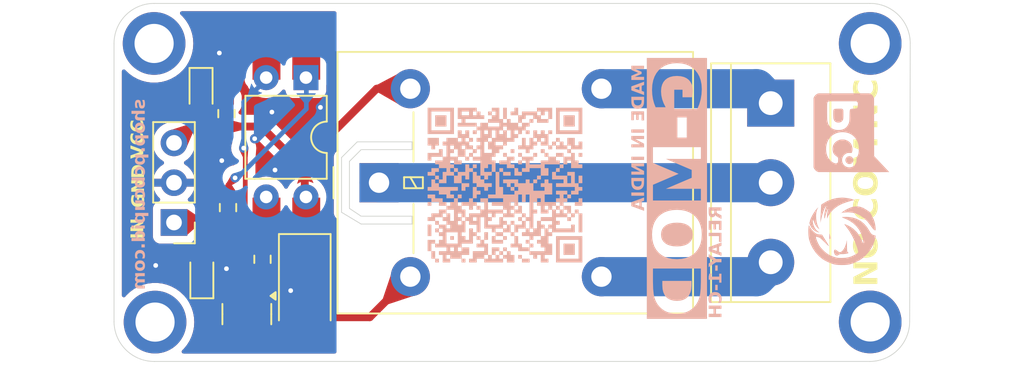
<source format=kicad_pcb>
(kicad_pcb (version 20241229) (generator "pcbnew") (generator_version "9.0")
  (title_block (title "PCBCUPID-RELAY-1CH") (date "2024-10-23") (rev "V1") (company "PCBCUPID") (comment 1 "AUTHOR : KARTHICK R"))
  (layers (0 "F.Cu" signal) (2 "B.Cu" signal) (13 "F.Paste" user) (15 "B.Paste" user) (5 "F.SilkS" user "F.Silkscreen") (7 "B.SilkS" user "B.Silkscreen") (1 "F.Mask" user) (3 "B.Mask" user) (25 "Edge.Cuts" user))
  (net 0 "")
  (net 1 "VCC")
  (net 2 "Net-(D1-A)")
  (net 3 "Net-(D2-A)")
  (net 4 "Net-(D3-A)")
  (net 5 "/NC")
  (net 6 "/NO")
  (net 7 "/COM")
  (net 8 "/IN")
  (net 9 "Net-(Q2-B)")
  (net 10 "Net-(R1-Pad2)")
  (net 11 "Net-(R2-Pad1)")
  (net 12 "GND")
  (footprint "MountingHole:MountingHole_2.5mm_Pad" (layer "F.Cu") (at 148.044751 79.700076)
    (property "Reference" "REF**" (hide yes))
    (property "Value" "MountingHole_2.5mm_Pad")
    (pad "1" thru_hole circle (at 0 0) (size 4 4) (drill 2.5) (layers "*.Cu" "*.Mask"))
  )
  (footprint "LED_SMD:LED_0603_1608Metric" (layer "F.Cu") (at 105.321886 82.748142 -90)
    (property "Reference" "D3" (hide yes))
    (property "Value" "LED-B")
    (pad "1" smd roundrect (at -0.7875 0 270) (size 0.875 0.95) (layers "F.Cu" "F.Mask" "F.Paste") (net 12 "GND"))
    (pad "2" smd roundrect (at 0.7875 0 270) (size 0.875 0.95) (layers "F.Cu" "F.Mask" "F.Paste") (net 4 "Net-(D3-A)"))
  )
  (footprint "Resistor_SMD:R_0603_1608Metric" (layer "F.Cu") (at 109.244686 93.480142 -90)
    (property "Reference" "R2" (hide yes))
    (property "Value" "1K")
    (pad "1" smd roundrect (at -0.825 0 270) (size 0.8 0.95) (layers "F.Cu" "F.Mask" "F.Paste") (net 11 "Net-(R2-Pad1)"))
    (pad "2" smd roundrect (at 0.825 0 270) (size 0.8 0.95) (layers "F.Cu" "F.Mask" "F.Paste") (net 9 "Net-(Q2-B)"))
  )
  (footprint "Connector_PinHeader_2.54mm:PinHeader_1x03_P2.54mm_Vertical" (layer "F.Cu") (at 103.594686 91.130142 180)
    (property "Reference" "J3" (hide yes))
    (property "Value" "Input")
    (pad "1" thru_hole rect (at 0 0 180) (size 1.7 1.7) (drill 1) (layers "*.Cu" "*.Mask") (net 8 "/IN"))
    (pad "2" thru_hole oval (at 0 2.54 180) (size 1.7 1.7) (drill 1) (layers "*.Cu" "*.Mask") (net 12 "GND"))
    (pad "3" thru_hole oval (at 0 5.08 180) (size 1.7 1.7) (drill 1) (layers "*.Cu" "*.Mask") (net 1 "VCC"))
  )
  (footprint "MountingHole:MountingHole_2.5mm_Pad" (layer "F.Cu") (at 102.324994 79.70017)
    (property "Reference" "REF**" (hide yes))
    (property "Value" "MountingHole_2.5mm_Pad")
    (pad "1" thru_hole circle (at 0 0) (size 4 4) (drill 2.5) (layers "*.Cu" "*.Mask"))
  )
  (footprint "Diode_SMD:D_SMA" (layer "F.Cu") (at 111.944686 95.380142 -90)
    (property "Reference" "D1" (hide yes))
    (property "Value" "SS34")
    (pad "1" smd roundrect (at -2 0 270) (size 2.5 1.8) (layers "F.Cu" "F.Mask" "F.Paste") (roundrect_rratio 0.1388888889) (net 1 "VCC"))
    (pad "2" smd roundrect (at 2 0 270) (size 2.5 1.8) (layers "F.Cu" "F.Mask" "F.Paste") (roundrect_rratio 0.1388888889) (net 2 "Net-(D1-A)"))
  )
  (footprint "Relay_THT:Relay_SPDT_Omron-G5LE-1" (layer "F.Cu") (at 116.685424 88.590142 90)
    (property "Reference" "K1" (hide yes))
    (property "Value" "Relay")
    (pad "1" thru_hole rect (at 0 0 90) (size 2.5 2.5) (drill 1.3) (layers "*.Cu" "*.Mask") (net 7 "/COM"))
    (pad "2" thru_hole oval (at -6 2 90) (size 2.5 2.5) (drill 1.3) (layers "*.Cu" "*.Mask") (net 2 "Net-(D1-A)"))
    (pad "3" thru_hole oval (at -6 14.2 90) (size 2.5 2.5) (drill 1.3) (layers "*.Cu" "*.Mask") (net 6 "/NO"))
    (pad "4" thru_hole oval (at 6 14.2 90) (size 2.5 2.5) (drill 1.3) (layers "*.Cu" "*.Mask") (net 5 "/NC"))
    (pad "5" thru_hole oval (at 6 2 90) (size 2.5 2.5) (drill 1.3) (layers "*.Cu" "*.Mask") (net 1 "VCC"))
  )
  (footprint "TerminalBlock:TerminalBlock_bornier-3_P5.08mm" (layer "F.Cu") (at 141.694686 83.510142 -90)
    (property "Reference" "J1" (hide yes))
    (property "Value" "Output")
    (pad "1" thru_hole rect (at 0 0 270) (size 3 3) (drill 1.52) (layers "*.Cu" "*.Mask") (net 5 "/NC"))
    (pad "2" thru_hole circle (at 5.08 0 270) (size 3 3) (drill 1.52) (layers "*.Cu" "*.Mask") (net 7 "/COM"))
    (pad "3" thru_hole circle (at 10.16 0 270) (size 3 3) (drill 1.52) (layers "*.Cu" "*.Mask") (net 6 "/NO"))
  )
  (footprint "LED_SMD:LED_0603_1608Metric" (layer "F.Cu") (at 105.372686 94.482942 90)
    (property "Reference" "D2" (hide yes))
    (property "Value" "LED-R" (hide yes))
    (pad "1" smd roundrect (at -0.7875 0 90) (size 0.875 0.95) (layers "F.Cu" "F.Mask" "F.Paste") (net 12 "GND"))
    (pad "2" smd roundrect (at 0.7875 0 90) (size 0.875 0.95) (layers "F.Cu" "F.Mask" "F.Paste") (net 3 "Net-(D2-A)"))
  )
  (footprint "640456_3:SMDIP-4_W9.53mm" (layer "F.Cu") (at 110.769686 85.780142 -90)
    (property "Reference" "U1" (hide yes))
    (property "Value" "EL817")
    (pad "1" smd rect (at -4.765 -1.27 270) (size 2 1.78) (layers "F.Cu" "F.Mask" "F.Paste"))
    (pad "1" thru_hole rect (at -3.9 -1.25 270) (size 1.6 1.6) (drill 0.8) (layers "*.Cu" "*.Mask"))
    (pad "2" smd rect (at -4.765 1.27 270) (size 2 1.78) (layers "F.Cu" "F.Mask" "F.Paste"))
    (pad "2" thru_hole oval (at -3.9 1.29 270) (size 1.6 1.6) (drill 0.8) (layers "*.Cu" "*.Mask"))
    (pad "3" thru_hole oval (at 3.72 1.29 270) (size 1.6 1.6) (drill 0.8) (layers "*.Cu" "*.Mask"))
    (pad "3" smd rect (at 4.765 1.27 270) (size 2 1.78) (layers "F.Cu" "F.Mask" "F.Paste"))
    (pad "4" thru_hole oval (at 3.72 -1.25 270) (size 1.6 1.6) (drill 0.8) (layers "*.Cu" "*.Mask"))
    (pad "4" smd rect (at 4.765 -1.27 270) (size 2 1.78) (layers "F.Cu" "F.Mask" "F.Paste"))
  )
  (footprint "Resistor_SMD:R_0603_1608Metric" (layer "F.Cu") (at 106.944686 84.180142 -90)
    (property "Reference" "R3" (hide yes))
    (property "Value" "220R")
    (pad "1" smd roundrect (at -0.825 0 270) (size 0.8 0.95) (layers "F.Cu" "F.Mask" "F.Paste") (net 4 "Net-(D3-A)"))
    (pad "2" smd roundrect (at 0.825 0 270) (size 0.8 0.95) (layers "F.Cu" "F.Mask" "F.Paste") (net 1 "VCC"))
  )
  (footprint "Package_TO_SOT_SMD:SOT-23" (layer "F.Cu") (at 108.244686 96.980142 -90)
    (property "Reference" "Q2" (hide yes))
    (property "Value" "MMBT3904")
    (pad "1" smd roundrect (at -0.9375 -0.95 270) (size 1.475 0.6) (layers "F.Cu" "F.Mask" "F.Paste") (net 9 "Net-(Q2-B)"))
    (pad "2" smd roundrect (at -0.9375 0.95 270) (size 1.475 0.6) (layers "F.Cu" "F.Mask" "F.Paste") (net 12 "GND"))
    (pad "3" smd roundrect (at 0.9375 0 270) (size 1.475 0.6) (layers "F.Cu" "F.Mask" "F.Paste") (net 2 "Net-(D1-A)"))
  )
  (footprint "Resistor_SMD:R_0603_1608Metric" (layer "F.Cu") (at 107.044686 90.180142 90)
    (property "Reference" "R1" (hide yes))
    (property "Value" "330R")
    (pad "1" smd roundrect (at -0.825 0 90) (size 0.8 0.95) (layers "F.Cu" "F.Mask" "F.Paste") (net 8 "/IN"))
    (pad "2" smd roundrect (at 0.825 0 90) (size 0.8 0.95) (layers "F.Cu" "F.Mask" "F.Paste") (net 10 "Net-(R1-Pad2)"))
  )
  (footprint "MountingHole:MountingHole_2.5mm_Pad" (layer "F.Cu") (at 148.044686 97.480142)
    (property "Reference" "REF**" (hide yes))
    (property "Value" "MountingHole_2.5mm_Pad")
    (pad "1" thru_hole circle (at 0 0) (size 4 4) (drill 2.5) (layers "*.Cu" "*.Mask"))
  )
  (footprint "MountingHole:MountingHole_2.5mm_Pad" (layer "F.Cu") (at 102.385424 97.490142)
    (property "Reference" "REF**" (hide yes))
    (property "Value" "MountingHole_2.5mm_Pad")
    (pad "1" thru_hole circle (at 0 0) (size 4 4) (drill 2.5) (layers "*.Cu" "*.Mask"))
  )
  (footprint "LOGO" (layer "B.Cu") (at 146.841997 85.398714 -90)
    (property "Reference" "G***" (hide yes))
    (property "Value" "LOGO" (hide yes))
  )
  (footprint "LOGO" (layer "B.Cu") (at 124.727486 88.742542 180)
    (property "Reference" "G***" (hide yes))
    (property "Value" "LOGO" (hide yes))
  )
  (footprint "LOGO" (layer "B.Cu") (at 146.241997 91.698713 -90)
    (property "Reference" "G***" (hide yes))
    (property "Value" "LOGO" (hide yes))
  )
  (gr_line (start 118.794686 91.230142) (end 115.544686 91.230142) (stroke (width 0.05)) (layer "Edge.Cuts"))
  (gr_line (start 102.306652 77.142089) (end 148.026643 77.14209) (stroke (width 0.05)) (layer "Edge.Cuts"))
  (gr_line (start 114.794686 87.230142) (end 114.794686 90.230142) (stroke (width 0.05)) (layer "Edge.Cuts"))
  (gr_line (start 115.544686 90.730142) (end 118.794686 90.730142) (stroke (width 0.05)) (layer "Edge.Cuts"))
  (gr_arc (start 150.566384 97.425995) (mid 149.830004 99.240004) (end 148.026643 100.002088) (stroke (width 0.05)) (layer "Edge.Cuts"))
  (gr_line (start 118.794686 90.730142) (end 118.794686 91.230142) (stroke (width 0.05)) (layer "Edge.Cuts"))
  (gr_arc (start 99.766911 79.718182) (mid 100.503304 77.904186) (end 102.306652 77.142089) (stroke (width 0.05)) (layer "Edge.Cuts"))
  (gr_line (start 118.794686 86.480142) (end 115.544686 86.480142) (stroke (width 0.05)) (layer "Edge.Cuts"))
  (gr_line (start 115.544686 91.230142) (end 114.294686 90.480142) (stroke (width 0.05)) (layer "Edge.Cuts"))
  (gr_line (start 114.294686 90.480142) (end 114.294686 86.980142) (stroke (width 0.05)) (layer "Edge.Cuts"))
  (gr_line (start 150.602736 79.681831) (end 150.566384 97.425995) (stroke (width 0.05)) (layer "Edge.Cuts"))
  (gr_line (start 115.544686 86.480142) (end 114.794686 87.230142) (stroke (width 0.05)) (layer "Edge.Cuts"))
  (gr_line (start 118.794686 85.980142) (end 118.794686 86.480142) (stroke (width 0.05)) (layer "Edge.Cuts"))
  (gr_line (start 114.794686 90.230142) (end 115.544686 90.730142) (stroke (width 0.05)) (layer "Edge.Cuts"))
  (gr_line (start 115.294686 85.980142) (end 118.794686 85.980142) (stroke (width 0.05)) (layer "Edge.Cuts"))
  (gr_arc (start 102.342745 100.001828) (mid 100.528744 99.26544) (end 99.766652 97.462087) (stroke (width 0.05)) (layer "Edge.Cuts"))
  (gr_line (start 148.026643 100.002088) (end 102.342745 100.001828) (stroke (width 0.05)) (layer "Edge.Cuts"))
  (gr_line (start 99.766652 97.462087) (end 99.766911 79.718182) (stroke (width 0.05)) (layer "Edge.Cuts"))
  (gr_line (start 115.294686 85.980142) (end 114.294686 86.980142) (stroke (width 0.05)) (layer "Edge.Cuts"))
  (gr_arc (start 148.026643 77.14209) (mid 149.840667 77.878454) (end 150.602736 79.681831) (stroke (width 0.05)) (layer "Edge.Cuts"))
  (gr_text "IN" (at 101.765886 92.196942 90) (layer "F.SilkS") (effects (font (size 0.8 0.8) (thickness 0.16) (bold yes)) (justify left bottom)))
  (gr_text "GND" (at 101.816686 90.19076 90) (layer "F.SilkS") (effects (font (size 0.8 0.8) (thickness 0.16) (bold yes)) (justify left bottom)))
  (gr_text "NO" (at 148.755886 95.244942 90) (layer "F.SilkS") (effects (font (size 1.5 1.5) (thickness 0.16) (bold yes)) (justify left bottom)))
  (gr_text "NC" (at 148.755886 85.237342 90) (layer "F.SilkS") (effects (font (size 1.5 1.5) (thickness 0.16) (bold yes)) (justify left bottom)))
  (gr_text "COM" (at 148.755886 91.044212 90) (layer "F.SilkS") (effects (font (size 1.5 1.5) (thickness 0.16) (bold yes)) (justify left bottom)))
  (gr_text "VCC" (at 101.765886 87.066142 90) (layer "F.SilkS") (effects (font (size 0.8 0.8) (thickness 0.16) (bold yes)) (justify left bottom)))
  (gr_text "MADE IN INDIA" (at 133.744686 81.020142 90) (layer "B.SilkS") (effects (font (size 0.8 0.8) (thickness 0.16) (bold yes)) (justify left bottom mirror)))
  (gr_text "shop.pcbcupid.com" (at 101.864686 83.240142 90) (layer "B.SilkS") (effects (font (size 0.8 0.8) (thickness 0.2) (bold yes)) (justify left bottom mirror)))
  (gr_text "RELAY-1-CH" (at 138.684686 90.060142 90) (layer "B.SilkS") (effects (font (size 0.8 0.8) (thickness 0.16) (bold yes)) (justify left bottom mirror)))
  (gr_text "G-MOD" (at 137.744686 88.959813 90) (layer "B.SilkS" knockout) (effects (font (size 3 3) (thickness 0.2) (bold yes)) (justify bottom mirror)))
  (segment (start 111.944686 89.500142) (end 112.044686 89.600142) (width 0.5) (layer "F.Cu") (net 1))
  (segment (start 106.944686 85.005142) (end 104.639686 85.005142) (width 0.5) (layer "F.Cu") (net 1))
  (segment (start 104.639686 85.005142) (end 103.594686 86.050142) (width 0.5) (layer "F.Cu") (net 1))
  (segment (start 116.534686 82.590142) (end 111.845 87.279828) (width 0.5) (layer "F.Cu") (net 1))
  (segment (start 111.944686 87.779514) (end 111.944686 89.500142) (width 0.5) (layer "F.Cu") (net 1))
  (segment (start 106.944686 85.005142) (end 109.170314 85.005142) (width 0.5) (layer "F.Cu") (net 1))
  (segment (start 111.445 87.279828) (end 111.944686 87.779514) (width 0.5) (layer "F.Cu") (net 1))
  (segment (start 112.044686 89.600142) (end 111.944686 89.700142) (width 0.5) (layer "F.Cu") (net 1))
  (segment (start 111.944686 89.700142) (end 111.944686 93.380142) (width 0.5) (layer "F.Cu") (net 1))
  (segment (start 109.170314 85.005142) (end 111.445 87.279828) (width 0.5) (layer "F.Cu") (net 1))
  (segment (start 118.685424 82.590142) (end 116.534686 82.590142) (width 0.5) (layer "F.Cu") (net 1))
  (segment (start 111.845 87.279828) (end 111.445 87.279828) (width 0.5) (layer "F.Cu") (net 1))
  (segment (start 113.344686 97.180142) (end 113.144686 97.380142) (width 0.5) (layer "F.Cu") (net 2))
  (segment (start 113.144686 97.380142) (end 111.944686 97.380142) (width 0.5) (layer "F.Cu") (net 2))
  (segment (start 108.244686 97.917642) (end 111.407186 97.917642) (width 0.5) (layer "F.Cu") (net 2))
  (segment (start 118.685424 94.590142) (end 116.095424 97.180142) (width 0.5) (layer "F.Cu") (net 2))
  (segment (start 111.407186 97.917642) (end 111.944686 97.380142) (width 0.5) (layer "F.Cu") (net 2))
  (segment (start 116.095424 97.180142) (end 113.344686 97.180142) (width 0.5) (layer "F.Cu") (net 2))
  (segment (start 105.372686 93.695442) (end 105.847685 93.695442) (width 0.3) (layer "F.Cu") (net 3))
  (segment (start 105.847685 93.695442) (end 105.873185 93.720942) (width 0.3) (layer "F.Cu") (net 3))
  (segment (start 108.144686 91.710942) (end 108.144686 86.480142) (width 0.3) (layer "F.Cu") (net 3))
  (segment (start 105.873185 93.720942) (end 106.134686 93.720942) (width 0.3) (layer "F.Cu") (net 3))
  (segment (start 108.144686 86.480142) (end 108.044686 86.380142) (width 0.3) (layer "F.Cu") (net 3))
  (segment (start 106.134686 93.720942) (end 108.144686 91.710942) (width 0.3) (layer "F.Cu") (net 3))
  (via (at 108.044686 86.380142) (size 0.6) (drill 0.3) (layers "F.Cu" "B.Cu") (net 3))
  (segment (start 108.044686 83.440142) (end 109.504686 81.980142) (width 0.3) (layer "B.Cu") (net 3))
  (segment (start 108.044686 86.380142) (end 108.044686 83.440142) (width 0.3) (layer "B.Cu") (net 3))
  (segment (start 105.502386 83.355142) (end 105.321886 83.535642) (width 0.3) (layer "F.Cu") (net 4))
  (segment (start 106.944686 83.355142) (end 105.502386 83.355142) (width 0.3) (layer "F.Cu") (net 4))
  (segment (start 140.774686 82.590142) (end 141.694686 83.510142) (width 2.5) (layer "B.Cu") (net 5))
  (segment (start 130.885424 82.590142) (end 140.774686 82.590142) (width 2.5) (layer "B.Cu") (net 5))
  (segment (start 130.885424 94.590142) (end 140.774686 94.590142) (width 2.5) (layer "B.Cu") (net 6))
  (segment (start 140.774686 94.590142) (end 141.694686 93.670142) (width 2.5) (layer "B.Cu") (net 6))
  (segment (start 116.685424 88.590142) (end 141.694686 88.590142) (width 2.5) (layer "B.Cu") (net 7))
  (segment (start 107.044686 91.005142) (end 103.719686 91.005142) (width 0.3) (layer "F.Cu") (net 8))
  (segment (start 103.719686 91.005142) (end 103.594686 91.130142) (width 0.3) (layer "F.Cu") (net 8))
  (segment (start 109.244686 95.992642) (end 109.194686 96.042642) (width 0.3) (layer "F.Cu") (net 9))
  (segment (start 109.244686 94.005142) (end 109.244686 95.992642) (width 0.3) (layer "F.Cu") (net 9))
  (segment (start 107.044686 88.730142) (end 107.044686 89.355142) (width 0.3) (layer "F.Cu") (net 10))
  (segment (start 107.494686 88.280142) (end 107.044686 88.730142) (width 0.3) (layer "F.Cu") (net 10))
  (via (at 107.494686 88.280142) (size 0.6) (drill 0.3) (layers "F.Cu" "B.Cu") (net 10))
  (segment (start 107.644686 88.280142) (end 112.044686 83.880142) (width 0.3) (layer "B.Cu") (net 10))
  (segment (start 112.044686 83.880142) (end 112.044686 81.980142) (width 0.3) (layer "B.Cu") (net 10))
  (segment (start 107.494686 88.280142) (end 107.644686 88.280142) (width 0.3) (layer "B.Cu") (net 10))
  (segment (start 109.504686 89.600142) (end 109.244686 89.860142) (width 0.3) (layer "F.Cu") (net 11))
  (segment (start 109.244686 89.860142) (end 109.244686 92.355142) (width 0.3) (layer "F.Cu") (net 11))
  (via (at 109.844686 84.080142) (size 0.6) (drill 0.3) (layers "F.Cu" "B.Cu") (net 12))
  (via (at 102.426286 93.873342) (size 0.6) (drill 0.3) (layers "F.Cu" "B.Cu") (net 12))
  (via (at 106.644686 87.180142) (size 0.6) (drill 0.3) (layers "F.Cu" "B.Cu") (net 12))
  (via (at 106.944686 94.080142) (size 0.6) (drill 0.3) (layers "F.Cu" "B.Cu") (net 12))
  (via (at 112.944686 83.780142) (size 0.6) (drill 0.3) (layers "F.Cu" "B.Cu") (net 12))
  (via (at 106.490286 80.309742) (size 0.6) (drill 0.3) (layers "F.Cu" "B.Cu") (net 12))
  (via (at 111.044686 95.480142) (size 0.6) (drill 0.3) (layers "F.Cu" "B.Cu") (net 12))
  (via (at 110.044686 87.780142) (size 0.6) (drill 0.3) (layers "F.Cu" "B.Cu") (net 12))
  (via (at 108.744686 85.780142) (size 0.6) (drill 0.3) (layers "F.Cu" "B.Cu") (net 12))
  (zone (net 12) (net_name "GND") (layers "F.Cu" "B.Cu") (connect_pads (clearance 0.5)) (min_thickness 0.25) (fill yes (thermal_gap 0.5) (thermal_bridge_width 0.5))
    (polygon (pts (xy 99.57 77.1) (xy 113.37 77.1) (xy 113.97 77.7) (xy 113.97 99.9) (xy 113.87 100) (xy 101.27 100) (xy 99.57 98.3)))
  )
)
</source>
